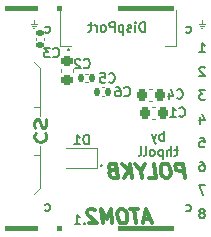
<source format=gbo>
%TF.GenerationSoftware,KiCad,Pcbnew,(6.0.1)*%
%TF.CreationDate,2022-01-27T11:35:44+01:00*%
%TF.ProjectId,poly_kb,706f6c79-5f6b-4622-9e6b-696361645f70,rev?*%
%TF.SameCoordinates,Original*%
%TF.FileFunction,Legend,Bot*%
%TF.FilePolarity,Positive*%
%FSLAX46Y46*%
G04 Gerber Fmt 4.6, Leading zero omitted, Abs format (unit mm)*
G04 Created by KiCad (PCBNEW (6.0.1)) date 2022-01-27 11:35:44*
%MOMM*%
%LPD*%
G01*
G04 APERTURE LIST*
G04 Aperture macros list*
%AMRoundRect*
0 Rectangle with rounded corners*
0 $1 Rounding radius*
0 $2 $3 $4 $5 $6 $7 $8 $9 X,Y pos of 4 corners*
0 Add a 4 corners polygon primitive as box body*
4,1,4,$2,$3,$4,$5,$6,$7,$8,$9,$2,$3,0*
0 Add four circle primitives for the rounded corners*
1,1,$1+$1,$2,$3*
1,1,$1+$1,$4,$5*
1,1,$1+$1,$6,$7*
1,1,$1+$1,$8,$9*
0 Add four rect primitives between the rounded corners*
20,1,$1+$1,$2,$3,$4,$5,0*
20,1,$1+$1,$4,$5,$6,$7,0*
20,1,$1+$1,$6,$7,$8,$9,0*
20,1,$1+$1,$8,$9,$2,$3,0*%
%AMFreePoly0*
4,1,6,0.750000,-1.500000,0.450000,-1.500000,-0.750000,-0.300000,-0.750000,0.500000,0.750000,0.500000,0.750000,-1.500000,0.750000,-1.500000,$1*%
%AMFreePoly1*
4,1,6,0.750000,-0.300000,-0.450000,-1.500000,-0.750000,-1.500000,-0.750000,0.500000,0.750000,0.500000,0.750000,-0.300000,0.750000,-0.300000,$1*%
%AMFreePoly2*
4,1,5,0.750000,-0.650000,0.250000,-0.650000,-0.650000,0.250000,1.650000,0.250000,0.750000,-0.650000,0.750000,-0.650000,$1*%
G04 Aperture macros list end*
%ADD10C,0.120000*%
%ADD11C,0.000000*%
%ADD12C,0.300000*%
%ADD13C,0.153000*%
%ADD14C,0.150000*%
%ADD15C,0.250000*%
%ADD16C,1.700000*%
%ADD17C,4.000000*%
%ADD18C,2.200000*%
%ADD19R,1.500000X1.500000*%
%ADD20RoundRect,0.225000X0.225000X0.250000X-0.225000X0.250000X-0.225000X-0.250000X0.225000X-0.250000X0*%
%ADD21RoundRect,0.225000X0.250000X-0.225000X0.250000X0.225000X-0.250000X0.225000X-0.250000X-0.225000X0*%
%ADD22RoundRect,0.140000X0.170000X-0.140000X0.170000X0.140000X-0.170000X0.140000X-0.170000X-0.140000X0*%
%ADD23RoundRect,0.140000X-0.140000X-0.170000X0.140000X-0.170000X0.140000X0.170000X-0.140000X0.170000X0*%
%ADD24R,0.600000X0.450000*%
%ADD25R,0.300000X1.150000*%
%ADD26R,0.300000X0.650000*%
%ADD27R,2.000000X1.500000*%
%ADD28FreePoly0,90.000000*%
%ADD29FreePoly1,90.000000*%
%ADD30FreePoly2,270.000000*%
G04 APERTURE END LIST*
D10*
X263906000Y-116586000D02*
X263906000Y-112522000D01*
D11*
G36*
X275272500Y-126390400D02*
G01*
X270510000Y-126390400D01*
X270510000Y-125958600D01*
X275272500Y-125958600D01*
X275272500Y-126390400D01*
G37*
G36*
X263753600Y-107723000D02*
G01*
X260959600Y-107723000D01*
X260959600Y-107289600D01*
X263753600Y-107289600D01*
X263753600Y-107723000D01*
G37*
G36*
X265747500Y-107723000D02*
G01*
X265328400Y-107723000D01*
X265328400Y-107289600D01*
X265747500Y-107289600D01*
X265747500Y-107723000D01*
G37*
G36*
X265747500Y-126390400D02*
G01*
X265328400Y-126390400D01*
X265328400Y-125971300D01*
X265747500Y-125971300D01*
X265747500Y-126390400D01*
G37*
G36*
X263753600Y-126390400D02*
G01*
X260985000Y-126390400D01*
X260985000Y-125951064D01*
X263753600Y-125951064D01*
X263753600Y-126390400D01*
G37*
D10*
X277622000Y-108508800D02*
X277622000Y-108864400D01*
X263398000Y-119888000D02*
X263906000Y-119888000D01*
X263398000Y-108508800D02*
X263398000Y-108864400D01*
X263906000Y-122682000D02*
X263398000Y-123190000D01*
X263398000Y-108864400D02*
X263144000Y-108864400D01*
X277571200Y-109169200D02*
X277672800Y-109169200D01*
X263398000Y-108864400D02*
X263652000Y-108864400D01*
X277622000Y-108864400D02*
X277876000Y-108864400D01*
X277622000Y-108864400D02*
X277368000Y-108864400D01*
D11*
G36*
X275272500Y-107723000D02*
G01*
X270510000Y-107723000D01*
X270510000Y-107289600D01*
X275272500Y-107289600D01*
X275272500Y-107723000D01*
G37*
D10*
X263245600Y-109016800D02*
X263550400Y-109016800D01*
X263398000Y-115824000D02*
X263906000Y-115824000D01*
X263906000Y-119126000D02*
X263906000Y-122682000D01*
X263906000Y-112522000D02*
X263398000Y-112014000D01*
X277469600Y-109016800D02*
X277774400Y-109016800D01*
X263347200Y-109169200D02*
X263448800Y-109169200D01*
D12*
X273260121Y-125358500D02*
X272688692Y-125358500D01*
X273417264Y-125701357D02*
X272867264Y-124501357D01*
X272617264Y-125701357D01*
X272238692Y-124501357D02*
X271552978Y-124501357D01*
X272045835Y-125701357D02*
X271895835Y-124501357D01*
X270924407Y-124501357D02*
X270695835Y-124501357D01*
X270588692Y-124558500D01*
X270488692Y-124672785D01*
X270460121Y-124901357D01*
X270510121Y-125301357D01*
X270595835Y-125529928D01*
X270724407Y-125644214D01*
X270845835Y-125701357D01*
X271074407Y-125701357D01*
X271181550Y-125644214D01*
X271281550Y-125529928D01*
X271310121Y-125301357D01*
X271260121Y-124901357D01*
X271174407Y-124672785D01*
X271045835Y-124558500D01*
X270924407Y-124501357D01*
X270045835Y-125701357D02*
X269895835Y-124501357D01*
X269602978Y-125358500D01*
X269095835Y-124501357D01*
X269245835Y-125701357D01*
X268595835Y-124615642D02*
X268531550Y-124558500D01*
X268410121Y-124501357D01*
X268124407Y-124501357D01*
X268017264Y-124558500D01*
X267967264Y-124615642D01*
X267924407Y-124729928D01*
X267938692Y-124844214D01*
X268017264Y-125015642D01*
X268788692Y-125701357D01*
X268045835Y-125701357D01*
D13*
X277393428Y-111232904D02*
X277850571Y-111232904D01*
X277622000Y-111232904D02*
X277622000Y-110432904D01*
X277698190Y-110547190D01*
X277774380Y-110623380D01*
X277850571Y-110661476D01*
X264375923Y-124606009D02*
X264452114Y-124644104D01*
X264604495Y-124644104D01*
X264680685Y-124606009D01*
X264718780Y-124567914D01*
X264756876Y-124491723D01*
X264756876Y-124263152D01*
X264718780Y-124186961D01*
X264680685Y-124148866D01*
X264604495Y-124110771D01*
X264452114Y-124110771D01*
X264375923Y-124148866D01*
X276313923Y-124631409D02*
X276390114Y-124669504D01*
X276542495Y-124669504D01*
X276618685Y-124631409D01*
X276656780Y-124593314D01*
X276694876Y-124517123D01*
X276694876Y-124288552D01*
X276656780Y-124212361D01*
X276618685Y-124174266D01*
X276542495Y-124136171D01*
X276390114Y-124136171D01*
X276313923Y-124174266D01*
X264375923Y-109543809D02*
X264452114Y-109581904D01*
X264604495Y-109581904D01*
X264680685Y-109543809D01*
X264718780Y-109505714D01*
X264756876Y-109429523D01*
X264756876Y-109200952D01*
X264718780Y-109124761D01*
X264680685Y-109086666D01*
X264604495Y-109048571D01*
X264452114Y-109048571D01*
X264375923Y-109086666D01*
X267665152Y-125698214D02*
X267627057Y-125736309D01*
X267665152Y-125774404D01*
X267703247Y-125736309D01*
X267665152Y-125698214D01*
X267665152Y-125774404D01*
X266865152Y-125774404D02*
X267322295Y-125774404D01*
X267093723Y-125774404D02*
X267093723Y-124974404D01*
X267169914Y-125088690D01*
X267246104Y-125164880D01*
X267322295Y-125202976D01*
X277469619Y-116732070D02*
X277469619Y-117265403D01*
X277660095Y-116427308D02*
X277850571Y-116998737D01*
X277355333Y-116998737D01*
D14*
X266319000Y-110974142D02*
X266271380Y-111021761D01*
X266319000Y-111069380D01*
X266366619Y-111021761D01*
X266319000Y-110974142D01*
X266319000Y-111069380D01*
D12*
X276179464Y-121853257D02*
X276029464Y-120653257D01*
X275572321Y-120653257D01*
X275465178Y-120710400D01*
X275415178Y-120767542D01*
X275372321Y-120881828D01*
X275393750Y-121053257D01*
X275465178Y-121167542D01*
X275529464Y-121224685D01*
X275650892Y-121281828D01*
X276108035Y-121281828D01*
X274600892Y-120653257D02*
X274372321Y-120653257D01*
X274265178Y-120710400D01*
X274165178Y-120824685D01*
X274136607Y-121053257D01*
X274186607Y-121453257D01*
X274272321Y-121681828D01*
X274400892Y-121796114D01*
X274522321Y-121853257D01*
X274750892Y-121853257D01*
X274858035Y-121796114D01*
X274958035Y-121681828D01*
X274986607Y-121453257D01*
X274936607Y-121053257D01*
X274850892Y-120824685D01*
X274722321Y-120710400D01*
X274600892Y-120653257D01*
X273150892Y-121853257D02*
X273722321Y-121853257D01*
X273572321Y-120653257D01*
X272450892Y-121281828D02*
X272522321Y-121853257D01*
X272772321Y-120653257D02*
X272450892Y-121281828D01*
X271972321Y-120653257D01*
X271722321Y-121853257D02*
X271572321Y-120653257D01*
X271036607Y-121853257D02*
X271465178Y-121167542D01*
X270886607Y-120653257D02*
X271658035Y-121338971D01*
X270043750Y-121224685D02*
X269879464Y-121281828D01*
X269829464Y-121338971D01*
X269786607Y-121453257D01*
X269808035Y-121624685D01*
X269879464Y-121738971D01*
X269943750Y-121796114D01*
X270065178Y-121853257D01*
X270522321Y-121853257D01*
X270372321Y-120653257D01*
X269972321Y-120653257D01*
X269865178Y-120710400D01*
X269815178Y-120767542D01*
X269772321Y-120881828D01*
X269786607Y-120996114D01*
X269858035Y-121110400D01*
X269922321Y-121167542D01*
X270043750Y-121224685D01*
X270443750Y-121224685D01*
D14*
X269113000Y-120753142D02*
X269065380Y-120800761D01*
X269113000Y-120848380D01*
X269160619Y-120800761D01*
X269113000Y-120753142D01*
X269113000Y-120848380D01*
D13*
X277850571Y-112519928D02*
X277812476Y-112481833D01*
X277736285Y-112443737D01*
X277545809Y-112443737D01*
X277469619Y-112481833D01*
X277431523Y-112519928D01*
X277393428Y-112596118D01*
X277393428Y-112672309D01*
X277431523Y-112786594D01*
X277888666Y-113243737D01*
X277393428Y-113243737D01*
X277431523Y-118476236D02*
X277812476Y-118476236D01*
X277850571Y-118857189D01*
X277812476Y-118819093D01*
X277736285Y-118780998D01*
X277545809Y-118780998D01*
X277469619Y-118819093D01*
X277431523Y-118857189D01*
X277393428Y-118933379D01*
X277393428Y-119123855D01*
X277431523Y-119200046D01*
X277469619Y-119238141D01*
X277545809Y-119276236D01*
X277736285Y-119276236D01*
X277812476Y-119238141D01*
X277850571Y-119200046D01*
X277469619Y-120487069D02*
X277622000Y-120487069D01*
X277698190Y-120525165D01*
X277736285Y-120563260D01*
X277812476Y-120677545D01*
X277850571Y-120829926D01*
X277850571Y-121134688D01*
X277812476Y-121210879D01*
X277774380Y-121248974D01*
X277698190Y-121287069D01*
X277545809Y-121287069D01*
X277469619Y-121248974D01*
X277431523Y-121210879D01*
X277393428Y-121134688D01*
X277393428Y-120944212D01*
X277431523Y-120868022D01*
X277469619Y-120829926D01*
X277545809Y-120791831D01*
X277698190Y-120791831D01*
X277774380Y-120829926D01*
X277812476Y-120868022D01*
X277850571Y-120944212D01*
D14*
X274415190Y-118716904D02*
X274415190Y-117916904D01*
X274415190Y-118221666D02*
X274339000Y-118183571D01*
X274186619Y-118183571D01*
X274110428Y-118221666D01*
X274072333Y-118259761D01*
X274034238Y-118335952D01*
X274034238Y-118564523D01*
X274072333Y-118640714D01*
X274110428Y-118678809D01*
X274186619Y-118716904D01*
X274339000Y-118716904D01*
X274415190Y-118678809D01*
X273767571Y-118183571D02*
X273577095Y-118716904D01*
X273386619Y-118183571D02*
X273577095Y-118716904D01*
X273653285Y-118907380D01*
X273691380Y-118945476D01*
X273767571Y-118983571D01*
X275596142Y-119471571D02*
X275291380Y-119471571D01*
X275481857Y-119204904D02*
X275481857Y-119890619D01*
X275443761Y-119966809D01*
X275367571Y-120004904D01*
X275291380Y-120004904D01*
X275024714Y-120004904D02*
X275024714Y-119204904D01*
X274681857Y-120004904D02*
X274681857Y-119585857D01*
X274719952Y-119509666D01*
X274796142Y-119471571D01*
X274910428Y-119471571D01*
X274986619Y-119509666D01*
X275024714Y-119547761D01*
X274300904Y-119471571D02*
X274300904Y-120271571D01*
X274300904Y-119509666D02*
X274224714Y-119471571D01*
X274072333Y-119471571D01*
X273996142Y-119509666D01*
X273958047Y-119547761D01*
X273919952Y-119623952D01*
X273919952Y-119852523D01*
X273958047Y-119928714D01*
X273996142Y-119966809D01*
X274072333Y-120004904D01*
X274224714Y-120004904D01*
X274300904Y-119966809D01*
X273462809Y-120004904D02*
X273539000Y-119966809D01*
X273577095Y-119928714D01*
X273615190Y-119852523D01*
X273615190Y-119623952D01*
X273577095Y-119547761D01*
X273539000Y-119509666D01*
X273462809Y-119471571D01*
X273348523Y-119471571D01*
X273272333Y-119509666D01*
X273234238Y-119547761D01*
X273196142Y-119623952D01*
X273196142Y-119852523D01*
X273234238Y-119928714D01*
X273272333Y-119966809D01*
X273348523Y-120004904D01*
X273462809Y-120004904D01*
X272739000Y-120004904D02*
X272815190Y-119966809D01*
X272853285Y-119890619D01*
X272853285Y-119204904D01*
X272319952Y-120004904D02*
X272396142Y-119966809D01*
X272434238Y-119890619D01*
X272434238Y-119204904D01*
X265055333Y-111588514D02*
X265093428Y-111626609D01*
X265207714Y-111664704D01*
X265283904Y-111664704D01*
X265398190Y-111626609D01*
X265474380Y-111550419D01*
X265512476Y-111474228D01*
X265550571Y-111321847D01*
X265550571Y-111207561D01*
X265512476Y-111055180D01*
X265474380Y-110978990D01*
X265398190Y-110902800D01*
X265283904Y-110864704D01*
X265207714Y-110864704D01*
X265093428Y-110902800D01*
X265055333Y-110940895D01*
X264788666Y-110864704D02*
X264293428Y-110864704D01*
X264560095Y-111169466D01*
X264445809Y-111169466D01*
X264369619Y-111207561D01*
X264331523Y-111245657D01*
X264293428Y-111321847D01*
X264293428Y-111512323D01*
X264331523Y-111588514D01*
X264369619Y-111626609D01*
X264445809Y-111664704D01*
X264674380Y-111664704D01*
X264750571Y-111626609D01*
X264788666Y-111588514D01*
D13*
X276313923Y-109543809D02*
X276390114Y-109581904D01*
X276542495Y-109581904D01*
X276618685Y-109543809D01*
X276656780Y-109505714D01*
X276694876Y-109429523D01*
X276694876Y-109200952D01*
X276656780Y-109124761D01*
X276618685Y-109086666D01*
X276542495Y-109048571D01*
X276390114Y-109048571D01*
X276313923Y-109086666D01*
X272783009Y-109480304D02*
X272783009Y-108680304D01*
X272592533Y-108680304D01*
X272478247Y-108718400D01*
X272402057Y-108794590D01*
X272363961Y-108870780D01*
X272325866Y-109023161D01*
X272325866Y-109137447D01*
X272363961Y-109289828D01*
X272402057Y-109366019D01*
X272478247Y-109442209D01*
X272592533Y-109480304D01*
X272783009Y-109480304D01*
X271983009Y-109480304D02*
X271983009Y-108946971D01*
X271983009Y-108680304D02*
X272021104Y-108718400D01*
X271983009Y-108756495D01*
X271944914Y-108718400D01*
X271983009Y-108680304D01*
X271983009Y-108756495D01*
X271640152Y-109442209D02*
X271563961Y-109480304D01*
X271411580Y-109480304D01*
X271335390Y-109442209D01*
X271297295Y-109366019D01*
X271297295Y-109327923D01*
X271335390Y-109251733D01*
X271411580Y-109213638D01*
X271525866Y-109213638D01*
X271602057Y-109175542D01*
X271640152Y-109099352D01*
X271640152Y-109061257D01*
X271602057Y-108985066D01*
X271525866Y-108946971D01*
X271411580Y-108946971D01*
X271335390Y-108985066D01*
X270954438Y-108946971D02*
X270954438Y-109746971D01*
X270954438Y-108985066D02*
X270878247Y-108946971D01*
X270725866Y-108946971D01*
X270649676Y-108985066D01*
X270611580Y-109023161D01*
X270573485Y-109099352D01*
X270573485Y-109327923D01*
X270611580Y-109404114D01*
X270649676Y-109442209D01*
X270725866Y-109480304D01*
X270878247Y-109480304D01*
X270954438Y-109442209D01*
X270230628Y-109480304D02*
X270230628Y-108680304D01*
X269925866Y-108680304D01*
X269849676Y-108718400D01*
X269811580Y-108756495D01*
X269773485Y-108832685D01*
X269773485Y-108946971D01*
X269811580Y-109023161D01*
X269849676Y-109061257D01*
X269925866Y-109099352D01*
X270230628Y-109099352D01*
X269316342Y-109480304D02*
X269392533Y-109442209D01*
X269430628Y-109404114D01*
X269468723Y-109327923D01*
X269468723Y-109099352D01*
X269430628Y-109023161D01*
X269392533Y-108985066D01*
X269316342Y-108946971D01*
X269202057Y-108946971D01*
X269125866Y-108985066D01*
X269087771Y-109023161D01*
X269049676Y-109099352D01*
X269049676Y-109327923D01*
X269087771Y-109404114D01*
X269125866Y-109442209D01*
X269202057Y-109480304D01*
X269316342Y-109480304D01*
X268706819Y-109480304D02*
X268706819Y-108946971D01*
X268706819Y-109099352D02*
X268668723Y-109023161D01*
X268630628Y-108985066D01*
X268554438Y-108946971D01*
X268478247Y-108946971D01*
X268325866Y-108946971D02*
X268021104Y-108946971D01*
X268211580Y-108680304D02*
X268211580Y-109366019D01*
X268173485Y-109442209D01*
X268097295Y-109480304D01*
X268021104Y-109480304D01*
X277888666Y-114454570D02*
X277393428Y-114454570D01*
X277660095Y-114759332D01*
X277545809Y-114759332D01*
X277469619Y-114797427D01*
X277431523Y-114835523D01*
X277393428Y-114911713D01*
X277393428Y-115102189D01*
X277431523Y-115178380D01*
X277469619Y-115216475D01*
X277545809Y-115254570D01*
X277774380Y-115254570D01*
X277850571Y-115216475D01*
X277888666Y-115178380D01*
D15*
X263548857Y-118056000D02*
X263501238Y-118113142D01*
X263453619Y-118284571D01*
X263453619Y-118398857D01*
X263501238Y-118570285D01*
X263596476Y-118684571D01*
X263691714Y-118741714D01*
X263882190Y-118798857D01*
X264025047Y-118798857D01*
X264215523Y-118741714D01*
X264310761Y-118684571D01*
X264406000Y-118570285D01*
X264453619Y-118398857D01*
X264453619Y-118284571D01*
X264406000Y-118113142D01*
X264358380Y-118056000D01*
X263501238Y-117598857D02*
X263453619Y-117427428D01*
X263453619Y-117141714D01*
X263501238Y-117027428D01*
X263548857Y-116970285D01*
X263644095Y-116913142D01*
X263739333Y-116913142D01*
X263834571Y-116970285D01*
X263882190Y-117027428D01*
X263929809Y-117141714D01*
X263977428Y-117370285D01*
X264025047Y-117484571D01*
X264072666Y-117541714D01*
X264167904Y-117598857D01*
X264263142Y-117598857D01*
X264358380Y-117541714D01*
X264406000Y-117484571D01*
X264453619Y-117370285D01*
X264453619Y-117084571D01*
X264406000Y-116913142D01*
D13*
X277698190Y-124821961D02*
X277774380Y-124783866D01*
X277812476Y-124745771D01*
X277850571Y-124669580D01*
X277850571Y-124631485D01*
X277812476Y-124555295D01*
X277774380Y-124517200D01*
X277698190Y-124479104D01*
X277545809Y-124479104D01*
X277469619Y-124517200D01*
X277431523Y-124555295D01*
X277393428Y-124631485D01*
X277393428Y-124669580D01*
X277431523Y-124745771D01*
X277469619Y-124783866D01*
X277545809Y-124821961D01*
X277698190Y-124821961D01*
X277774380Y-124860057D01*
X277812476Y-124898152D01*
X277850571Y-124974342D01*
X277850571Y-125126723D01*
X277812476Y-125202914D01*
X277774380Y-125241009D01*
X277698190Y-125279104D01*
X277545809Y-125279104D01*
X277469619Y-125241009D01*
X277431523Y-125202914D01*
X277393428Y-125126723D01*
X277393428Y-124974342D01*
X277431523Y-124898152D01*
X277469619Y-124860057D01*
X277545809Y-124821961D01*
X277888666Y-122497904D02*
X277355333Y-122497904D01*
X277698190Y-123297904D01*
D14*
%TO.C,C1*%
X275723333Y-116617714D02*
X275761428Y-116655809D01*
X275875714Y-116693904D01*
X275951904Y-116693904D01*
X276066190Y-116655809D01*
X276142380Y-116579619D01*
X276180476Y-116503428D01*
X276218571Y-116351047D01*
X276218571Y-116236761D01*
X276180476Y-116084380D01*
X276142380Y-116008190D01*
X276066190Y-115932000D01*
X275951904Y-115893904D01*
X275875714Y-115893904D01*
X275761428Y-115932000D01*
X275723333Y-115970095D01*
X274961428Y-116693904D02*
X275418571Y-116693904D01*
X275190000Y-116693904D02*
X275190000Y-115893904D01*
X275266190Y-116008190D01*
X275342380Y-116084380D01*
X275418571Y-116122476D01*
%TO.C,C2*%
X267646133Y-112502914D02*
X267684228Y-112541009D01*
X267798514Y-112579104D01*
X267874704Y-112579104D01*
X267988990Y-112541009D01*
X268065180Y-112464819D01*
X268103276Y-112388628D01*
X268141371Y-112236247D01*
X268141371Y-112121961D01*
X268103276Y-111969580D01*
X268065180Y-111893390D01*
X267988990Y-111817200D01*
X267874704Y-111779104D01*
X267798514Y-111779104D01*
X267684228Y-111817200D01*
X267646133Y-111855295D01*
X267341371Y-111855295D02*
X267303276Y-111817200D01*
X267227085Y-111779104D01*
X267036609Y-111779104D01*
X266960419Y-111817200D01*
X266922323Y-111855295D01*
X266884228Y-111931485D01*
X266884228Y-112007676D01*
X266922323Y-112121961D01*
X267379466Y-112579104D01*
X266884228Y-112579104D01*
%TO.C,C4*%
X275520133Y-115093714D02*
X275558228Y-115131809D01*
X275672514Y-115169904D01*
X275748704Y-115169904D01*
X275862990Y-115131809D01*
X275939180Y-115055619D01*
X275977276Y-114979428D01*
X276015371Y-114827047D01*
X276015371Y-114712761D01*
X275977276Y-114560380D01*
X275939180Y-114484190D01*
X275862990Y-114408000D01*
X275748704Y-114369904D01*
X275672514Y-114369904D01*
X275558228Y-114408000D01*
X275520133Y-114446095D01*
X274834419Y-114636571D02*
X274834419Y-115169904D01*
X275024895Y-114331809D02*
X275215371Y-114903238D01*
X274720133Y-114903238D01*
%TO.C,C5*%
X269762144Y-113727773D02*
X269800239Y-113765868D01*
X269914525Y-113803963D01*
X269990715Y-113803963D01*
X270105001Y-113765868D01*
X270181191Y-113689678D01*
X270219287Y-113613487D01*
X270257382Y-113461106D01*
X270257382Y-113346820D01*
X270219287Y-113194439D01*
X270181191Y-113118249D01*
X270105001Y-113042059D01*
X269990715Y-113003963D01*
X269914525Y-113003963D01*
X269800239Y-113042059D01*
X269762144Y-113080154D01*
X269038334Y-113003963D02*
X269419287Y-113003963D01*
X269457382Y-113384916D01*
X269419287Y-113346820D01*
X269343096Y-113308725D01*
X269152620Y-113308725D01*
X269076430Y-113346820D01*
X269038334Y-113384916D01*
X269000239Y-113461106D01*
X269000239Y-113651582D01*
X269038334Y-113727773D01*
X269076430Y-113765868D01*
X269152620Y-113803963D01*
X269343096Y-113803963D01*
X269419287Y-113765868D01*
X269457382Y-113727773D01*
%TO.C,C6*%
X271049733Y-114890514D02*
X271087828Y-114928609D01*
X271202114Y-114966704D01*
X271278304Y-114966704D01*
X271392590Y-114928609D01*
X271468780Y-114852419D01*
X271506876Y-114776228D01*
X271544971Y-114623847D01*
X271544971Y-114509561D01*
X271506876Y-114357180D01*
X271468780Y-114280990D01*
X271392590Y-114204800D01*
X271278304Y-114166704D01*
X271202114Y-114166704D01*
X271087828Y-114204800D01*
X271049733Y-114242895D01*
X270364019Y-114166704D02*
X270516400Y-114166704D01*
X270592590Y-114204800D01*
X270630685Y-114242895D01*
X270706876Y-114357180D01*
X270744971Y-114509561D01*
X270744971Y-114814323D01*
X270706876Y-114890514D01*
X270668780Y-114928609D01*
X270592590Y-114966704D01*
X270440209Y-114966704D01*
X270364019Y-114928609D01*
X270325923Y-114890514D01*
X270287828Y-114814323D01*
X270287828Y-114623847D01*
X270325923Y-114547657D01*
X270364019Y-114509561D01*
X270440209Y-114471466D01*
X270592590Y-114471466D01*
X270668780Y-114509561D01*
X270706876Y-114547657D01*
X270744971Y-114623847D01*
%TO.C,D1*%
X268052476Y-119030704D02*
X268052476Y-118230704D01*
X267862000Y-118230704D01*
X267747714Y-118268800D01*
X267671523Y-118344990D01*
X267633428Y-118421180D01*
X267595333Y-118573561D01*
X267595333Y-118687847D01*
X267633428Y-118840228D01*
X267671523Y-118916419D01*
X267747714Y-118992609D01*
X267862000Y-119030704D01*
X268052476Y-119030704D01*
X266833428Y-119030704D02*
X267290571Y-119030704D01*
X267062000Y-119030704D02*
X267062000Y-118230704D01*
X267138190Y-118344990D01*
X267214380Y-118421180D01*
X267290571Y-118459276D01*
D10*
%TO.C,C1*%
X273698580Y-115822000D02*
X273417420Y-115822000D01*
X273698580Y-116842000D02*
X273417420Y-116842000D01*
%TO.C,C2*%
X265682000Y-112916580D02*
X265682000Y-112635420D01*
X266702000Y-112916580D02*
X266702000Y-112635420D01*
%TO.C,C3*%
X264266000Y-110216836D02*
X264266000Y-110001164D01*
X263546000Y-110216836D02*
X263546000Y-110001164D01*
%TO.C,C4*%
X273444580Y-115318000D02*
X273163420Y-115318000D01*
X273444580Y-114298000D02*
X273163420Y-114298000D01*
%TO.C,C5*%
X267763164Y-113051000D02*
X267978836Y-113051000D01*
X267763164Y-113771000D02*
X267978836Y-113771000D01*
%TO.C,C6*%
X269132164Y-114194000D02*
X269347836Y-114194000D01*
X269132164Y-114914000D02*
X269347836Y-114914000D01*
%TO.C,D1*%
X268708000Y-119292000D02*
X268708000Y-120992000D01*
X268708000Y-119292000D02*
X266158000Y-119292000D01*
X268708000Y-120992000D02*
X266158000Y-120992000D01*
%TO.C,J1*%
X265615000Y-107625000D02*
X265615000Y-110725000D01*
X275405000Y-110725000D02*
X274510000Y-110725000D01*
X265615000Y-110725000D02*
X266510000Y-110725000D01*
X275410000Y-107620000D02*
X275410000Y-110725000D01*
%TD*%
%LPC*%
D16*
%TO.C,SW1*%
X275590000Y-118110000D03*
D17*
X270510000Y-118110000D03*
D16*
X265430000Y-118110000D03*
D18*
X273050000Y-113030000D03*
X266700000Y-115570000D03*
%TD*%
D19*
%TO.C,J2*%
X276479000Y-108077000D03*
%TD*%
%TO.C,J8*%
X264541000Y-108077000D03*
%TD*%
%TO.C,J9*%
X276479000Y-125603000D03*
%TD*%
%TO.C,J7*%
X264541000Y-125603000D03*
%TD*%
D20*
%TO.C,C1*%
X274333000Y-116332000D03*
X272783000Y-116332000D03*
%TD*%
D21*
%TO.C,C2*%
X266192000Y-113551000D03*
X266192000Y-112001000D03*
%TD*%
D22*
%TO.C,C3*%
X263906000Y-110589000D03*
X263906000Y-109629000D03*
%TD*%
D20*
%TO.C,C4*%
X274079000Y-114808000D03*
X272529000Y-114808000D03*
%TD*%
D23*
%TO.C,C5*%
X267391000Y-113411000D03*
X268351000Y-113411000D03*
%TD*%
%TO.C,C6*%
X268760000Y-114554000D03*
X269720000Y-114554000D03*
%TD*%
D24*
%TO.C,D1*%
X268258000Y-120142000D03*
X266158000Y-120142000D03*
%TD*%
D25*
%TO.C,J1*%
X266125000Y-108315000D03*
X274895000Y-108315000D03*
D26*
X266760000Y-111125000D03*
X267260000Y-111125000D03*
X267760000Y-111125000D03*
X268260000Y-111125000D03*
X268760000Y-111125000D03*
X269260000Y-111125000D03*
X269760000Y-111125000D03*
X270260000Y-111125000D03*
X270760000Y-111125000D03*
X271260000Y-111125000D03*
X271760000Y-111125000D03*
X272260000Y-111125000D03*
X272760000Y-111125000D03*
X273260000Y-111125000D03*
X273760000Y-111125000D03*
X274260000Y-111125000D03*
%TD*%
D27*
%TO.C,J6*%
X279019000Y-108840000D03*
X279019000Y-110840000D03*
X279019000Y-112840000D03*
X279019000Y-114840000D03*
X279019000Y-116840000D03*
X279019000Y-118840000D03*
X279019000Y-120840000D03*
X279019000Y-122840000D03*
X279019000Y-124840000D03*
%TD*%
%TO.C,J5*%
X262001000Y-108840000D03*
D28*
X261501000Y-110840000D03*
D29*
X261501000Y-112840000D03*
D28*
X261501000Y-114840000D03*
D29*
X261501000Y-116840000D03*
D28*
X261501000Y-118840000D03*
D29*
X261501000Y-120840000D03*
D28*
X261501000Y-122840000D03*
D29*
X261501000Y-124840000D03*
D30*
X262751000Y-111340000D03*
X262751000Y-123340000D03*
X262751000Y-115340000D03*
X262751000Y-119340000D03*
%TD*%
M02*

</source>
